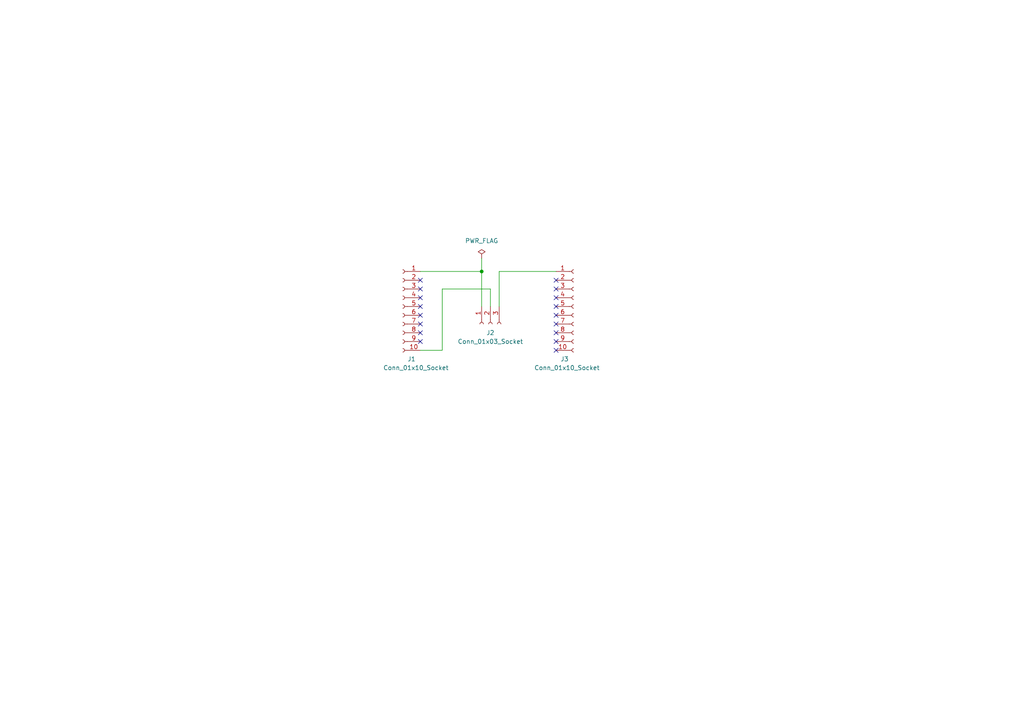
<source format=kicad_sch>
(kicad_sch (version 20230121) (generator eeschema)
  (paper "A4")
  (lib_symbols
    (symbol "Connector:Conn_01x03_Socket" (pin_names (offset 1.016) hide)
      (property "Reference" "J" (at 0 5.08 0))
      (property "Value" "Conn_01x03_Socket" (at 0 -5.08 0))
      (symbol "Conn_01x03_Socket_1_1"
        (arc (start 0 -2.032) (mid -0.5058 -2.54) (end 0 -3.048) (stroke (width 0.1524)))
        (polyline (pts (xy -1.27 -2.54) (xy -0.508 -2.54)) (stroke (width 0.1524)))
        (polyline (pts (xy -1.27 0) (xy -0.508 0)) (stroke (width 0.1524)))
        (polyline (pts (xy -1.27 2.54) (xy -0.508 2.54)) (stroke (width 0.1524)))
        (arc (start 0 0.508) (mid -0.5058 0) (end 0 -0.508) (stroke (width 0.1524)))
        (arc (start 0 3.048) (mid -0.5058 2.54) (end 0 2.032) (stroke (width 0.1524)))
        (pin passive line (at -5.08 2.54 0) (length 3.81) (name "Pin_1") (number "1"))
        (pin passive line (at -5.08 0 0) (length 3.81) (name "Pin_2") (number "2"))
        (pin passive line (at -5.08 -2.54 0) (length 3.81) (name "Pin_3") (number "3"))
      )
    )
    (symbol "Connector:Conn_01x10_Socket" (pin_names (offset 1.016) hide)
      (property "Reference" "J" (at 0 12.7 0))
      (property "Value" "Conn_01x10_Socket" (at 0 -15.24 0))
      (symbol "Conn_01x10_Socket_1_1"
        (arc (start 0 -12.192) (mid -0.5058 -12.7) (end 0 -13.208) (stroke (width 0.1524)))
        (arc (start 0 -9.652) (mid -0.5058 -10.16) (end 0 -10.668) (stroke (width 0.1524)))
        (arc (start 0 -7.112) (mid -0.5058 -7.62) (end 0 -8.128) (stroke (width 0.1524)))
        (arc (start 0 -4.572) (mid -0.5058 -5.08) (end 0 -5.588) (stroke (width 0.1524)))
        (arc (start 0 -2.032) (mid -0.5058 -2.54) (end 0 -3.048) (stroke (width 0.1524)))
        (polyline (pts (xy -1.27 -12.7) (xy -0.508 -12.7)) (stroke (width 0.1524)))
        (polyline (pts (xy -1.27 -10.16) (xy -0.508 -10.16)) (stroke (width 0.1524)))
        (polyline (pts (xy -1.27 -7.62) (xy -0.508 -7.62)) (stroke (width 0.1524)))
        (polyline (pts (xy -1.27 -5.08) (xy -0.508 -5.08)) (stroke (width 0.1524)))
        (polyline (pts (xy -1.27 -2.54) (xy -0.508 -2.54)) (stroke (width 0.1524)))
        (polyline (pts (xy -1.27 0) (xy -0.508 0)) (stroke (width 0.1524)))
        (polyline (pts (xy -1.27 2.54) (xy -0.508 2.54)) (stroke (width 0.1524)))
        (polyline (pts (xy -1.27 5.08) (xy -0.508 5.08)) (stroke (width 0.1524)))
        (polyline (pts (xy -1.27 7.62) (xy -0.508 7.62)) (stroke (width 0.1524)))
        (polyline (pts (xy -1.27 10.16) (xy -0.508 10.16)) (stroke (width 0.1524)))
        (arc (start 0 0.508) (mid -0.5058 0) (end 0 -0.508) (stroke (width 0.1524)))
        (arc (start 0 3.048) (mid -0.5058 2.54) (end 0 2.032) (stroke (width 0.1524)))
        (arc (start 0 5.588) (mid -0.5058 5.08) (end 0 4.572) (stroke (width 0.1524)))
        (arc (start 0 8.128) (mid -0.5058 7.62) (end 0 7.112) (stroke (width 0.1524)))
        (arc (start 0 10.668) (mid -0.5058 10.16) (end 0 9.652) (stroke (width 0.1524)))
        (pin passive line (at -5.08 10.16 0) (length 3.81) (name "Pin_1") (number "1"))
        (pin passive line (at -5.08 -12.7 0) (length 3.81) (name "Pin_10") (number "10"))
        (pin passive line (at -5.08 7.62 0) (length 3.81) (name "Pin_2") (number "2"))
        (pin passive line (at -5.08 5.08 0) (length 3.81) (name "Pin_3") (number "3"))
        (pin passive line (at -5.08 2.54 0) (length 3.81) (name "Pin_4") (number "4"))
        (pin passive line (at -5.08 0 0) (length 3.81) (name "Pin_5") (number "5"))
        (pin passive line (at -5.08 -2.54 0) (length 3.81) (name "Pin_6") (number "6"))
        (pin passive line (at -5.08 -5.08 0) (length 3.81) (name "Pin_7") (number "7"))
        (pin passive line (at -5.08 -7.62 0) (length 3.81) (name "Pin_8") (number "8"))
        (pin passive line (at -5.08 -10.16 0) (length 3.81) (name "Pin_9") (number "9"))
      )
    )
    (symbol "power:PWR_FLAG" (power) (pin_numbers hide) (pin_names (offset 0) hide)
      (property "Value" "PWR_FLAG" (at 0 3.81 0))
      (symbol "PWR_FLAG_0_0"
        (pin power_out line (at 0 0 90) (length 0) (name "pwr") (number "1"))
      )
      (symbol "PWR_FLAG_0_1"
        (polyline (pts (xy 0 0) (xy 0 1.27) (xy -1.016 1.905) (xy 0 2.54) (xy 1.016 1.905) (xy 0 1.27)))
      )
    )
  )
  (junction (at 139.7 78.74))
  (no_connect (at 161.29 99.06))
  (no_connect (at 161.29 88.9))
  (no_connect (at 161.29 101.6))
  (no_connect (at 121.92 96.52))
  (no_connect (at 121.92 91.44))
  (no_connect (at 121.92 86.36))
  (no_connect (at 121.92 99.06))
  (no_connect (at 161.29 96.52))
  (no_connect (at 161.29 81.28))
  (no_connect (at 121.92 83.82))
  (no_connect (at 161.29 91.44))
  (no_connect (at 121.92 81.28))
  (no_connect (at 161.29 86.36))
  (no_connect (at 161.29 93.98))
  (no_connect (at 121.92 93.98))
  (no_connect (at 161.29 83.82))
  (no_connect (at 121.92 88.9))
  (wire (pts (xy 139.7 88.9) (xy 139.7 78.74)))
  (wire (pts (xy 144.78 78.74) (xy 161.29 78.74)))
  (wire (pts (xy 128.27 101.6) (xy 121.92 101.6)))
  (wire (pts (xy 139.7 78.74) (xy 121.92 78.74)))
  (wire (pts (xy 128.27 83.82) (xy 128.27 101.6)))
  (wire (pts (xy 142.24 88.9) (xy 142.24 83.82)))
  (wire (pts (xy 144.78 88.9) (xy 144.78 78.74)))
  (wire (pts (xy 142.24 83.82) (xy 128.27 83.82)))
  (wire (pts (xy 139.7 74.93) (xy 139.7 78.74)))
  (symbol (lib_id "Connector:Conn_01x10_Socket") (at 166.37 88.9 0) (unit 1)
    (property "Reference" "J3" (at 162.56 104.14 0) (effects (justify left)))
    (property "Value" "Conn_01x10_Socket" (at 154.94 106.68 0) (effects (justify left)))
    (property "Footprint" "Connector_PinSocket_2.00mm:PinSocket_1x10_P2.00mm_Vertical" (effects hide))
  )
  (symbol (lib_id "Connector:Conn_01x03_Socket") (at 142.24 93.98 90) (mirror x) (unit 1)
    (property "Reference" "J2" (at 142.24 96.52 90))
    (property "Value" "Conn_01x03_Socket" (at 142.24 99.06 90))
    (property "Footprint" "Connector_JST:JST_PH_B3B-PH-K_1x03_P2.00mm_Vertical" (effects hide))
  )
  (symbol (lib_id "power:PWR_FLAG") (at 139.7 74.93 0) (unit 1)
    (property "Reference" "#FLG02" (effects hide))
    (property "Value" "PWR_FLAG" (at 139.7 69.85 0))
  )
  (symbol (lib_id "Connector:Conn_01x10_Socket") (at 116.84 88.9 0) (mirror y) (unit 1)
    (property "Reference" "J1" (at 119.38 104.14 0))
    (property "Value" "Conn_01x10_Socket" (at 120.65 106.68 0))
    (property "Footprint" "Connector_PinSocket_2.00mm:PinSocket_1x10_P2.00mm_Vertical" (effects hide))
  )
)
</source>
